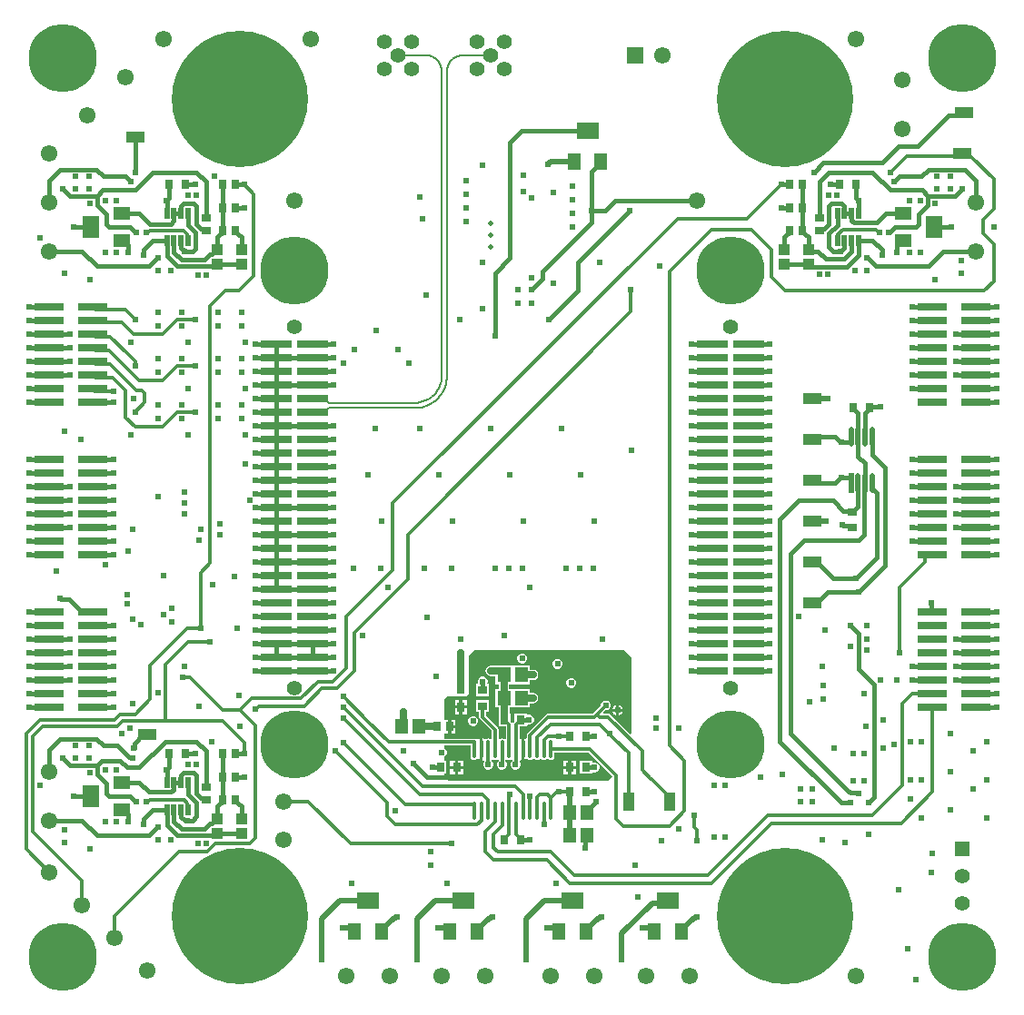
<source format=gtl>
G04*
G04 #@! TF.GenerationSoftware,Altium Limited,Altium Designer,21.6.4 (81)*
G04*
G04 Layer_Physical_Order=1*
G04 Layer_Color=255*
%FSLAX25Y25*%
%MOIN*%
G70*
G04*
G04 #@! TF.SameCoordinates,FB766961-2115-4812-9BC3-E0D6EEC5A3F0*
G04*
G04*
G04 #@! TF.FilePolarity,Positive*
G04*
G01*
G75*
%ADD16R,0.05118X0.06299*%
%ADD17R,0.07874X0.06299*%
%ADD18R,0.07087X0.03937*%
%ADD19R,0.03937X0.07087*%
%ADD20R,0.10984X0.02913*%
%ADD21R,0.03150X0.03543*%
%ADD22R,0.03543X0.03150*%
%ADD23O,0.01378X0.06693*%
%ADD24R,0.11496X0.02913*%
%ADD25R,0.05118X0.05709*%
%ADD26R,0.02756X0.03347*%
%ADD27R,0.02756X0.03740*%
%ADD28R,0.03347X0.02756*%
G04:AMPARAMS|DCode=29|XSize=41.34mil|YSize=17.72mil|CornerRadius=1.95mil|HoleSize=0mil|Usage=FLASHONLY|Rotation=90.000|XOffset=0mil|YOffset=0mil|HoleType=Round|Shape=RoundedRectangle|*
%AMROUNDEDRECTD29*
21,1,0.04134,0.01382,0,0,90.0*
21,1,0.03744,0.01772,0,0,90.0*
1,1,0.00390,0.00691,0.01872*
1,1,0.00390,0.00691,-0.01872*
1,1,0.00390,-0.00691,-0.01872*
1,1,0.00390,-0.00691,0.01872*
%
%ADD29ROUNDEDRECTD29*%
%ADD30R,0.06299X0.07874*%
%ADD31R,0.06299X0.05118*%
%ADD32R,0.04134X0.04134*%
%ADD33R,0.01949X0.07246*%
G04:AMPARAMS|DCode=34|XSize=72.46mil|YSize=19.49mil|CornerRadius=9.74mil|HoleSize=0mil|Usage=FLASHONLY|Rotation=90.000|XOffset=0mil|YOffset=0mil|HoleType=Round|Shape=RoundedRectangle|*
%AMROUNDEDRECTD34*
21,1,0.07246,0.00000,0,0,90.0*
21,1,0.05297,0.01949,0,0,90.0*
1,1,0.01949,0.00000,0.02649*
1,1,0.01949,0.00000,-0.02649*
1,1,0.01949,0.00000,-0.02649*
1,1,0.01949,0.00000,0.02649*
%
%ADD34ROUNDEDRECTD34*%
%ADD44R,0.05469X0.05469*%
%ADD45C,0.05469*%
%ADD53C,0.01968*%
%ADD54C,0.00600*%
%ADD55C,0.02000*%
%ADD56C,0.01600*%
%ADD57C,0.01200*%
%ADD58C,0.02500*%
%ADD59C,0.00394*%
%ADD60C,0.05512*%
%ADD61C,0.06102*%
%ADD62C,0.50000*%
%ADD63C,0.25000*%
%ADD64C,0.05500*%
%ADD65R,0.06102X0.06102*%
%ADD66C,0.02400*%
G36*
X321000Y227500D02*
X323500Y225000D01*
Y196884D01*
X323038Y196692D01*
X315865Y203865D01*
X315468Y204130D01*
X315000Y204223D01*
X313449D01*
X313258Y204685D01*
X314072Y205500D01*
X314500D01*
X315162Y205774D01*
X315668Y206280D01*
X315942Y206942D01*
Y207658D01*
X315668Y208320D01*
X315162Y208826D01*
X314500Y209100D01*
X313784D01*
X313122Y208826D01*
X312616Y208320D01*
X312342Y207658D01*
Y207230D01*
X310056Y204944D01*
X310056Y204944D01*
X309335Y204223D01*
X293031D01*
X292563Y204130D01*
X292166Y203865D01*
X285532Y197232D01*
X285267Y196835D01*
X285174Y196367D01*
Y195378D01*
X284674Y195110D01*
X284439Y195268D01*
Y191220D01*
Y187173D01*
X284912Y187489D01*
X284993Y187610D01*
X285566Y187568D01*
X285895Y187349D01*
X286398Y187249D01*
X286901Y187349D01*
X287327Y187634D01*
X287376Y187708D01*
X287978D01*
X288027Y187634D01*
X288454Y187349D01*
X288957Y187249D01*
X289460Y187349D01*
X289886Y187634D01*
X289936Y187708D01*
X290537D01*
X290586Y187634D01*
X291013Y187349D01*
X291516Y187249D01*
X292019Y187349D01*
X292445Y187634D01*
X292495Y187708D01*
X293096D01*
X293145Y187634D01*
X293572Y187349D01*
X294075Y187249D01*
X294578Y187349D01*
X295004Y187634D01*
X295289Y188060D01*
X295389Y188563D01*
Y189997D01*
X307773D01*
X316635Y181135D01*
X315000Y179500D01*
X256500Y179500D01*
X255000Y181000D01*
Y182128D01*
X255722D01*
Y186872D01*
X255000D01*
Y188466D01*
X255020Y188474D01*
X255526Y188980D01*
X255800Y189642D01*
Y190358D01*
X255526Y191020D01*
X255020Y191526D01*
X255000Y191534D01*
Y192654D01*
X264611D01*
Y188563D01*
X264711Y188060D01*
X264996Y187634D01*
X265422Y187349D01*
X265925Y187249D01*
X266428Y187349D01*
X266757Y187568D01*
X267330Y187610D01*
X267411Y187489D01*
X267884Y187173D01*
Y191220D01*
Y195268D01*
X267411Y194951D01*
X267330Y194831D01*
X266757Y194873D01*
X266428Y195092D01*
X265925Y195192D01*
X265469Y195101D01*
X255000D01*
Y197027D01*
X256254D01*
Y199500D01*
Y201973D01*
X255000D01*
Y209500D01*
X256000Y210500D01*
X263000D01*
X264000Y211500D01*
Y225500D01*
X266205Y227705D01*
X321000D01*
Y227500D01*
D02*
G37*
%LPC*%
G36*
X283858Y226300D02*
X283142D01*
X282480Y226026D01*
X281974Y225520D01*
X281700Y224858D01*
Y224142D01*
X281974Y223480D01*
X282480Y222974D01*
X283142Y222700D01*
X283858D01*
X284520Y222974D01*
X285026Y223480D01*
X285300Y224142D01*
Y224858D01*
X285026Y225520D01*
X284520Y226026D01*
X283858Y226300D01*
D02*
G37*
G36*
X296827Y224331D02*
X296111D01*
X295449Y224058D01*
X294942Y223551D01*
X294669Y222889D01*
Y222174D01*
X294942Y221512D01*
X295449Y221006D01*
X296111Y220731D01*
X296827D01*
X297488Y221006D01*
X297994Y221512D01*
X298269Y222174D01*
Y222889D01*
X297994Y223551D01*
X297488Y224058D01*
X296827Y224331D01*
D02*
G37*
G36*
X301858Y217300D02*
X301142D01*
X300480Y217026D01*
X299974Y216520D01*
X299700Y215858D01*
Y215142D01*
X299974Y214480D01*
X300480Y213974D01*
X301142Y213700D01*
X301858D01*
X302520Y213974D01*
X303026Y214480D01*
X303300Y215142D01*
Y215858D01*
X303026Y216520D01*
X302520Y217026D01*
X301858Y217300D01*
D02*
G37*
G36*
X269358Y217800D02*
X268642D01*
X267980Y217526D01*
X267474Y217020D01*
X267200Y216358D01*
Y215642D01*
X267241Y215543D01*
X266963Y215128D01*
X266628D01*
Y210778D01*
X271372D01*
Y215128D01*
X271037D01*
X270759Y215543D01*
X270800Y215642D01*
Y216358D01*
X270526Y217020D01*
X270020Y217526D01*
X269358Y217800D01*
D02*
G37*
G36*
X263178Y209422D02*
X261600D01*
Y207352D01*
X263178D01*
Y209422D01*
D02*
G37*
G36*
X260400D02*
X258822D01*
Y207352D01*
X260400D01*
Y209422D01*
D02*
G37*
G36*
X319100Y207416D02*
Y206100D01*
X320416D01*
X320196Y206633D01*
X319633Y207195D01*
X319100Y207416D01*
D02*
G37*
G36*
X317900D02*
X317367Y207195D01*
X316805Y206633D01*
X316584Y206100D01*
X317900D01*
Y207416D01*
D02*
G37*
G36*
X263178Y206152D02*
X261600D01*
Y204082D01*
X263178D01*
Y206152D01*
D02*
G37*
G36*
X260400D02*
X258822D01*
Y204082D01*
X260400D01*
Y206152D01*
D02*
G37*
G36*
X320416Y204900D02*
X319100D01*
Y203584D01*
X319633Y203804D01*
X320196Y204367D01*
X320416Y204900D01*
D02*
G37*
G36*
X317900D02*
X316584D01*
X316805Y204367D01*
X317367Y203804D01*
X317900Y203584D01*
Y204900D01*
D02*
G37*
G36*
X259032Y201973D02*
X257454D01*
Y200100D01*
X259032D01*
Y201973D01*
D02*
G37*
G36*
X265858Y203300D02*
X265142D01*
X264480Y203026D01*
X263974Y202520D01*
X263700Y201858D01*
Y201142D01*
X263974Y200480D01*
X264480Y199974D01*
X265142Y199700D01*
X265858D01*
X266520Y199974D01*
X267026Y200480D01*
X267300Y201142D01*
Y201858D01*
X267026Y202520D01*
X266520Y203026D01*
X265858Y203300D01*
D02*
G37*
G36*
X259032Y198900D02*
X257454D01*
Y197027D01*
X259032D01*
Y198900D01*
D02*
G37*
G36*
X286309Y221954D02*
X273691D01*
Y221886D01*
X272000D01*
X271278Y221743D01*
X270666Y221334D01*
X270257Y220722D01*
X270114Y220000D01*
X270257Y219278D01*
X270666Y218666D01*
X271278Y218257D01*
X272000Y218114D01*
X273691D01*
Y215046D01*
X274964D01*
Y213454D01*
X273691D01*
Y206546D01*
X275063D01*
Y204372D01*
X274872D01*
Y199628D01*
X277492D01*
X277497Y199623D01*
Y195091D01*
X277336Y194979D01*
X276997Y194870D01*
X276664Y195092D01*
X276161Y195192D01*
X275658Y195092D01*
X275326Y194870D01*
X274987Y194979D01*
X274826Y195091D01*
Y198398D01*
X274733Y198866D01*
X274467Y199263D01*
X270223Y203507D01*
Y204872D01*
X271372D01*
Y209222D01*
X266628D01*
Y204872D01*
X267776D01*
Y203000D01*
X267870Y202532D01*
X268135Y202135D01*
X272379Y197891D01*
Y195091D01*
X272218Y194979D01*
X271879Y194870D01*
X271546Y195092D01*
X271043Y195192D01*
X270540Y195092D01*
X270212Y194873D01*
X269638Y194831D01*
X269558Y194951D01*
X269084Y195268D01*
Y191220D01*
Y187125D01*
X269143Y187112D01*
X269530Y186870D01*
X269562Y186608D01*
X269474Y186520D01*
X269200Y185858D01*
Y185142D01*
X269474Y184480D01*
X269980Y183974D01*
X270642Y183700D01*
X271358D01*
X272020Y183974D01*
X272526Y184480D01*
X272800Y185142D01*
Y185858D01*
X272526Y186520D01*
X272245Y186800D01*
Y187374D01*
X272459Y187504D01*
X272745Y187585D01*
X273099Y187349D01*
X273602Y187249D01*
X274105Y187349D01*
X274340Y187505D01*
X274806Y187319D01*
X274828Y187201D01*
X274823Y186869D01*
X274474Y186520D01*
X274200Y185858D01*
Y185142D01*
X274474Y184480D01*
X274980Y183974D01*
X275642Y183700D01*
X276358D01*
X277020Y183974D01*
X277526Y184480D01*
X277800Y185142D01*
Y185858D01*
X277526Y186520D01*
X277351Y186695D01*
Y187393D01*
X277594Y187526D01*
X277851Y187594D01*
X278218Y187349D01*
X278720Y187249D01*
X279223Y187349D01*
X279305Y187403D01*
X279437Y187394D01*
X279841Y187191D01*
X279873Y187005D01*
X279853Y186899D01*
X279474Y186520D01*
X279200Y185858D01*
Y185142D01*
X279474Y184480D01*
X279980Y183974D01*
X280642Y183700D01*
X281358D01*
X282020Y183974D01*
X282526Y184480D01*
X282800Y185142D01*
Y185858D01*
X282526Y186520D01*
X282473Y186573D01*
Y187095D01*
X282973Y187351D01*
X283239Y187173D01*
Y191220D01*
Y195268D01*
X283003Y195110D01*
X282503Y195378D01*
Y199623D01*
X282508Y199628D01*
X285128D01*
Y199963D01*
X285543Y200241D01*
X285642Y200200D01*
X286358D01*
X287020Y200474D01*
X287526Y200980D01*
X287800Y201642D01*
Y202358D01*
X287526Y203020D01*
X287020Y203526D01*
X286358Y203800D01*
X285642D01*
X285543Y203759D01*
X285128Y204037D01*
Y204372D01*
X280778D01*
Y201359D01*
X280414Y200995D01*
X280282Y200797D01*
X279718Y200797D01*
X279586Y200995D01*
X279222Y201359D01*
Y204372D01*
X278835D01*
Y206546D01*
X286309D01*
Y208114D01*
X287500D01*
X288222Y208257D01*
X288834Y208666D01*
X289243Y209278D01*
X289386Y210000D01*
X289243Y210722D01*
X288834Y211334D01*
X288222Y211743D01*
X287500Y211886D01*
X286309D01*
Y213454D01*
X278737D01*
Y215046D01*
X286309D01*
Y216614D01*
X287500D01*
X288222Y216757D01*
X288834Y217166D01*
X289243Y217778D01*
X289386Y218500D01*
X289243Y219222D01*
X288834Y219834D01*
X288222Y220243D01*
X287500Y220386D01*
X286309D01*
Y221954D01*
D02*
G37*
G36*
X261828Y187072D02*
X260053D01*
Y185100D01*
X261828D01*
Y187072D01*
D02*
G37*
G36*
X303422D02*
X301647D01*
Y185100D01*
X303422D01*
Y187072D01*
D02*
G37*
G36*
X300447D02*
X298672D01*
Y185100D01*
X300447D01*
Y187072D01*
D02*
G37*
G36*
X258853D02*
X257078D01*
Y185100D01*
X258853D01*
Y187072D01*
D02*
G37*
G36*
X309128Y186872D02*
X304778D01*
Y182128D01*
X309128D01*
Y182463D01*
X309543Y182741D01*
X309642Y182700D01*
X310358D01*
X311020Y182974D01*
X311526Y183480D01*
X311800Y184142D01*
Y184858D01*
X311526Y185520D01*
X311020Y186026D01*
X310358Y186300D01*
X309642D01*
X309543Y186259D01*
X309128Y186537D01*
Y186872D01*
D02*
G37*
G36*
X303422Y183900D02*
X301647D01*
Y181928D01*
X303422D01*
Y183900D01*
D02*
G37*
G36*
X300447D02*
X298672D01*
Y181928D01*
X300447D01*
Y183900D01*
D02*
G37*
G36*
X261828D02*
X260053D01*
Y181928D01*
X261828D01*
Y183900D01*
D02*
G37*
G36*
X258853D02*
X257078D01*
Y181928D01*
X258853D01*
Y183900D01*
D02*
G37*
%LPD*%
D16*
X302579Y406791D02*
D03*
X312421D02*
D03*
X231921Y124291D02*
D03*
X222079D02*
D03*
X266921D02*
D03*
X257079D02*
D03*
X306921D02*
D03*
X297079D02*
D03*
X341921D02*
D03*
X332079D02*
D03*
D17*
X307500Y418209D02*
D03*
X227000Y135709D02*
D03*
X262000D02*
D03*
X302000D02*
D03*
X337000D02*
D03*
D18*
X445000Y410000D02*
D03*
X390000Y260000D02*
D03*
Y245000D02*
D03*
Y275000D02*
D03*
Y320000D02*
D03*
Y290000D02*
D03*
Y305000D02*
D03*
X445500Y425000D02*
D03*
X146000Y196500D02*
D03*
X141500Y416000D02*
D03*
D19*
X337500Y172000D02*
D03*
X322500D02*
D03*
D20*
X433976Y353500D02*
D03*
X450000D02*
D03*
X433976Y348500D02*
D03*
X450000D02*
D03*
X433976Y343500D02*
D03*
X450000D02*
D03*
X433976Y338500D02*
D03*
X450000D02*
D03*
X433976Y333500D02*
D03*
X450000D02*
D03*
X433976Y328500D02*
D03*
X450000D02*
D03*
X433976Y323500D02*
D03*
X450000D02*
D03*
X433976Y318500D02*
D03*
X450000D02*
D03*
X126012Y323500D02*
D03*
Y241500D02*
D03*
Y236500D02*
D03*
Y231500D02*
D03*
Y226500D02*
D03*
Y221500D02*
D03*
Y216500D02*
D03*
Y211500D02*
D03*
Y206500D02*
D03*
X109988D02*
D03*
Y211500D02*
D03*
Y216500D02*
D03*
Y221500D02*
D03*
Y226500D02*
D03*
Y231500D02*
D03*
Y236500D02*
D03*
Y241500D02*
D03*
X126012Y262500D02*
D03*
X109988D02*
D03*
X126012Y267500D02*
D03*
X109988D02*
D03*
X126012Y272500D02*
D03*
X109988D02*
D03*
X126012Y277500D02*
D03*
X109988D02*
D03*
X126012Y282500D02*
D03*
X109988D02*
D03*
X126012Y287500D02*
D03*
X109988D02*
D03*
X126012Y292500D02*
D03*
X109988D02*
D03*
X126012Y297500D02*
D03*
X109988D02*
D03*
X126012Y318500D02*
D03*
X109988D02*
D03*
Y323500D02*
D03*
X126012Y328500D02*
D03*
X109988D02*
D03*
X126012Y333500D02*
D03*
X109988D02*
D03*
X126012Y338500D02*
D03*
X109988D02*
D03*
X126012Y343500D02*
D03*
X109988D02*
D03*
X126012Y348500D02*
D03*
X109988D02*
D03*
X126012Y353500D02*
D03*
X109988D02*
D03*
X433988Y241500D02*
D03*
X450012D02*
D03*
X433988Y236500D02*
D03*
X450012D02*
D03*
X433988Y231500D02*
D03*
X450012D02*
D03*
X433988Y226500D02*
D03*
X450012D02*
D03*
X433988Y221500D02*
D03*
X450012D02*
D03*
X433988Y216500D02*
D03*
X450012D02*
D03*
X433988Y211500D02*
D03*
X450012D02*
D03*
X433988Y206500D02*
D03*
X450012D02*
D03*
Y262500D02*
D03*
X433988D02*
D03*
X450012Y267500D02*
D03*
X433988D02*
D03*
X450012Y272500D02*
D03*
X433988D02*
D03*
X450012Y277500D02*
D03*
X433988D02*
D03*
X450012Y282500D02*
D03*
X433988D02*
D03*
X450012Y287500D02*
D03*
X433988D02*
D03*
X450012Y292500D02*
D03*
X433988D02*
D03*
X450012Y297500D02*
D03*
X433988D02*
D03*
D21*
X301047Y196000D02*
D03*
X306953D02*
D03*
X277047Y158000D02*
D03*
X282953D02*
D03*
X259453Y184500D02*
D03*
X253547D02*
D03*
X306953D02*
D03*
X301047D02*
D03*
Y175500D02*
D03*
X306953D02*
D03*
X277047Y202000D02*
D03*
X282953D02*
D03*
X159953Y398500D02*
D03*
X154047D02*
D03*
X405047Y316500D02*
D03*
X410953D02*
D03*
X405953Y398500D02*
D03*
X400047D02*
D03*
X154047Y189500D02*
D03*
X159953D02*
D03*
D22*
X404500Y272547D02*
D03*
Y278453D02*
D03*
X269000Y207047D02*
D03*
Y212953D02*
D03*
D23*
X265925Y168780D02*
D03*
X268484D02*
D03*
X271043D02*
D03*
X273602D02*
D03*
X276161D02*
D03*
X278720D02*
D03*
X281279D02*
D03*
X283839D02*
D03*
X286398D02*
D03*
X288957D02*
D03*
X291516D02*
D03*
X294075D02*
D03*
X265925Y191220D02*
D03*
X268484D02*
D03*
X271043D02*
D03*
X273602D02*
D03*
X276161D02*
D03*
X278720D02*
D03*
X281279D02*
D03*
X283839D02*
D03*
X286398D02*
D03*
X288957D02*
D03*
X291516D02*
D03*
X294075D02*
D03*
D24*
X353252Y340000D02*
D03*
X366748D02*
D03*
X353252Y335000D02*
D03*
X366748D02*
D03*
X353252Y330000D02*
D03*
X366748D02*
D03*
X353252Y325000D02*
D03*
X366748D02*
D03*
X353252Y320000D02*
D03*
X366748D02*
D03*
X353252Y315000D02*
D03*
X366748D02*
D03*
X353252Y310000D02*
D03*
X366748D02*
D03*
X353252Y305000D02*
D03*
X366748D02*
D03*
X353252Y300000D02*
D03*
X366748D02*
D03*
X353252Y295000D02*
D03*
X366748D02*
D03*
X353252Y290000D02*
D03*
X366748D02*
D03*
X353252Y285000D02*
D03*
X366748D02*
D03*
X353252Y280000D02*
D03*
X366748D02*
D03*
X353252Y275000D02*
D03*
X366748D02*
D03*
X353252Y270000D02*
D03*
X366748D02*
D03*
X353252Y265000D02*
D03*
X366748D02*
D03*
X353252Y260000D02*
D03*
X366748D02*
D03*
X353252Y255000D02*
D03*
X366748D02*
D03*
X353252Y250000D02*
D03*
X366748D02*
D03*
X353252Y245000D02*
D03*
X366748D02*
D03*
X353252Y240000D02*
D03*
X366748D02*
D03*
X353252Y235000D02*
D03*
X366748D02*
D03*
X353252Y230000D02*
D03*
X366748D02*
D03*
X353252Y225000D02*
D03*
X366748D02*
D03*
X353252Y220000D02*
D03*
X366748D02*
D03*
X206748D02*
D03*
X193252D02*
D03*
X206748Y225000D02*
D03*
X193252D02*
D03*
X206748Y230000D02*
D03*
X193252D02*
D03*
X206748Y235000D02*
D03*
X193252D02*
D03*
X206748Y240000D02*
D03*
X193252D02*
D03*
X206748Y245000D02*
D03*
X193252D02*
D03*
X206748Y250000D02*
D03*
X193252D02*
D03*
X206748Y255000D02*
D03*
X193252D02*
D03*
X206748Y260000D02*
D03*
X193252D02*
D03*
X206748Y265000D02*
D03*
X193252D02*
D03*
X206748Y270000D02*
D03*
X193252D02*
D03*
X206748Y275000D02*
D03*
X193252D02*
D03*
X206748Y280000D02*
D03*
X193252D02*
D03*
X206748Y285000D02*
D03*
X193252D02*
D03*
X206748Y290000D02*
D03*
X193252D02*
D03*
X206748Y295000D02*
D03*
X193252D02*
D03*
X206748Y300000D02*
D03*
X193252D02*
D03*
X206748Y305000D02*
D03*
X193252D02*
D03*
X206748Y310000D02*
D03*
X193252D02*
D03*
X206748Y315000D02*
D03*
X193252D02*
D03*
X206748Y320000D02*
D03*
X193252D02*
D03*
X206748Y325000D02*
D03*
X193252D02*
D03*
X206748Y330000D02*
D03*
X193252D02*
D03*
X206748Y335000D02*
D03*
X193252D02*
D03*
X206748Y340000D02*
D03*
X193252D02*
D03*
D25*
X300850Y168000D02*
D03*
X307150D02*
D03*
X276850Y210000D02*
D03*
X283150D02*
D03*
X300850Y159500D02*
D03*
X307150D02*
D03*
X276850Y218500D02*
D03*
X283150D02*
D03*
X245740Y199500D02*
D03*
X239441D02*
D03*
D26*
X256854D02*
D03*
X252327D02*
D03*
X178264Y390000D02*
D03*
X173736D02*
D03*
Y381500D02*
D03*
X178264D02*
D03*
X173736Y398500D02*
D03*
X178264D02*
D03*
X381736D02*
D03*
X386264D02*
D03*
Y390000D02*
D03*
X381736D02*
D03*
X178264Y189500D02*
D03*
X173736D02*
D03*
Y181000D02*
D03*
X178264D02*
D03*
Y172500D02*
D03*
X173736D02*
D03*
X386264Y381500D02*
D03*
X381736D02*
D03*
D27*
X261000Y213248D02*
D03*
Y206752D02*
D03*
D28*
X167500Y386264D02*
D03*
Y381736D02*
D03*
Y172736D02*
D03*
Y177264D02*
D03*
X392500Y386264D02*
D03*
Y381736D02*
D03*
D29*
X153161Y388118D02*
D03*
X155720D02*
D03*
X158280D02*
D03*
X160839D02*
D03*
Y377882D02*
D03*
X158280D02*
D03*
X155720D02*
D03*
X153161D02*
D03*
Y168882D02*
D03*
X155720D02*
D03*
X158280D02*
D03*
X160839D02*
D03*
Y179118D02*
D03*
X158280D02*
D03*
X155720D02*
D03*
X153161D02*
D03*
X406839Y388118D02*
D03*
X404280D02*
D03*
X401721D02*
D03*
X399161D02*
D03*
Y377882D02*
D03*
X401721D02*
D03*
X404280D02*
D03*
X406839D02*
D03*
D30*
X125291Y383000D02*
D03*
X434709D02*
D03*
X125291Y174000D02*
D03*
D31*
X136709Y387921D02*
D03*
Y378079D02*
D03*
X423291D02*
D03*
Y387921D02*
D03*
X136709Y169079D02*
D03*
Y178921D02*
D03*
D32*
X180500Y369342D02*
D03*
Y374658D02*
D03*
X171500Y369342D02*
D03*
Y374658D02*
D03*
X180500Y165657D02*
D03*
Y160343D02*
D03*
X171500Y165657D02*
D03*
Y160343D02*
D03*
X379500Y369342D02*
D03*
Y374658D02*
D03*
X388500Y369342D02*
D03*
Y374658D02*
D03*
D33*
X404161Y288997D02*
D03*
D34*
X406720D02*
D03*
X409279D02*
D03*
X411839D02*
D03*
Y306003D02*
D03*
X409279D02*
D03*
X406720D02*
D03*
X404161D02*
D03*
D44*
X445000Y154500D02*
D03*
D45*
Y144500D02*
D03*
Y134500D02*
D03*
D53*
X272000Y384232D02*
D03*
Y380000D02*
D03*
Y375768D02*
D03*
D54*
X243514Y316600D02*
X244514Y316576D01*
X245512Y316638D01*
X246501Y316785D01*
X247474Y317018D01*
X248424Y317333D01*
X249342Y317729D01*
X250223Y318202D01*
X251061Y318750D01*
X251847Y319368D01*
X252578Y320051D01*
X253247Y320794D01*
X253850Y321592D01*
X254381Y322440D01*
X254838Y323329D01*
X255217Y324255D01*
X255514Y325210D01*
X255728Y326188D01*
X255857Y327180D01*
X255900Y328179D01*
X261900Y446000D02*
X260858Y445909D01*
X259848Y445638D01*
X258900Y445196D01*
X258043Y444596D01*
X257304Y443857D01*
X256704Y443000D01*
X256262Y442052D01*
X255991Y441042D01*
X255900Y440000D01*
X244100Y318400D02*
X245080Y318448D01*
X246051Y318592D01*
X247003Y318831D01*
X247927Y319161D01*
X248814Y319581D01*
X249656Y320085D01*
X250444Y320670D01*
X251171Y321329D01*
X251830Y322056D01*
X252415Y322844D01*
X252919Y323686D01*
X253339Y324573D01*
X253669Y325497D01*
X253908Y326449D01*
X254052Y327420D01*
X254100Y328400D01*
Y440000D02*
X254009Y441042D01*
X253738Y442052D01*
X253296Y443000D01*
X252696Y443857D01*
X251957Y444596D01*
X251100Y445196D01*
X250152Y445638D01*
X249142Y445909D01*
X248100Y446000D01*
X212639Y316600D02*
X243437D01*
X211039Y315000D02*
X212639Y316600D01*
X255900Y328179D02*
X255900Y334303D01*
X243437Y316600D02*
X243514Y316600D01*
X261900Y446000D02*
X272000D01*
X255900Y334303D02*
Y440000D01*
X238000Y446000D02*
X248100D01*
X254100Y328400D02*
Y440000D01*
X212547Y318400D02*
X244100D01*
X211039Y320000D02*
X212196Y318844D01*
Y318752D02*
Y318844D01*
X206748Y315000D02*
X211039D01*
X206748Y320000D02*
X211039D01*
X212196Y318752D02*
X212547Y318400D01*
D55*
X293000Y406000D02*
X293108D01*
X293900Y406791D02*
X302579D01*
X293108Y406000D02*
X293900Y406791D01*
X390000Y275000D02*
X395000D01*
X390000Y320000D02*
X395500D01*
X293000Y406000D02*
X293039Y406039D01*
X300949Y168098D02*
Y175402D01*
X300850Y168000D02*
X300949Y168098D01*
Y175402D02*
X301047Y175500D01*
X300850Y159500D02*
Y168000D01*
X231921Y124291D02*
Y124882D01*
X236463Y129423D02*
X237423D01*
X231921Y124882D02*
X236463Y129423D01*
X237423D02*
X237500Y129500D01*
X266921Y124882D02*
X271463Y129423D01*
X272424D02*
X272500Y129500D01*
X271463Y129423D02*
X272424D01*
X266921Y124291D02*
Y124882D01*
X346463Y129423D02*
X347424D01*
X341921Y124291D02*
Y124882D01*
X346463Y129423D01*
X347424D02*
X347500Y129500D01*
X306921Y124291D02*
Y124882D01*
X311463Y129423D01*
X312423D02*
X312500Y129500D01*
X311463Y129423D02*
X312423D01*
X336026Y134735D02*
X337000Y135709D01*
X320000Y123500D02*
X331235Y134735D01*
X320000Y114000D02*
Y123500D01*
X331235Y134735D02*
X336026D01*
X327500Y125500D02*
X330870D01*
X332079Y124291D01*
X292500Y125500D02*
X295870D01*
X297079Y124291D01*
X255870Y125500D02*
X257079Y124291D01*
X252500Y125500D02*
X255870D01*
X220870D02*
X222079Y124291D01*
X217500Y125500D02*
X220870D01*
X291709Y135709D02*
X302000D01*
X285000Y114000D02*
Y129000D01*
X291709Y135709D01*
X245000Y129000D02*
X251709Y135709D01*
X262000D01*
X245000Y114000D02*
Y129000D01*
X210000D02*
X216709Y135709D01*
X227000D01*
X210000Y114000D02*
Y129000D01*
D56*
X309000Y403370D02*
X312421Y406791D01*
X279000Y371500D02*
Y414000D01*
X283209Y418209D02*
X307500D01*
X279000Y414000D02*
X283209Y418209D01*
X444500Y424000D02*
X445500Y425000D01*
X428500Y412500D02*
X440000Y424000D01*
X444500D01*
X391575Y245000D02*
X395575Y249000D01*
X390000Y245000D02*
X391575D01*
X395575Y249000D02*
X407000D01*
X390000Y260000D02*
X391575D01*
X397575Y254000D01*
X406000D01*
X407063Y268000D02*
X409095Y270032D01*
X382000Y263000D02*
X387000Y268000D01*
X407063D01*
X409279Y286254D02*
Y296220D01*
X409095Y286069D02*
X409279Y286254D01*
X409095Y285917D02*
Y286069D01*
X409095Y285917D02*
X409095Y285917D01*
X409095Y270032D02*
Y285917D01*
X382000Y197000D02*
Y263000D01*
Y197000D02*
X403001Y175999D01*
X378000Y194000D02*
X400500Y171500D01*
X378000Y275500D02*
X385000Y282500D01*
X378000Y194000D02*
Y275500D01*
X385000Y282500D02*
X397500D01*
X404218Y278734D02*
X404500Y278453D01*
X401266Y278734D02*
X404218D01*
X397500Y282500D02*
X401266Y278734D01*
X411839Y286442D02*
Y288997D01*
X412455Y286281D02*
X413500Y285237D01*
X406000Y254000D02*
X413500Y261500D01*
X411839Y286442D02*
X412000Y286281D01*
X412455D01*
X413500Y261500D02*
Y285237D01*
X407000Y249000D02*
X416500Y258500D01*
X411839Y299161D02*
X416500Y294500D01*
Y258500D02*
Y294500D01*
X421500Y412500D02*
X428500D01*
X415500Y406500D02*
X421500Y412500D01*
X394000Y406500D02*
X415500D01*
X390500Y403000D02*
X394000Y406500D01*
X141153Y193228D02*
X144425Y196500D01*
X141000Y191500D02*
X141153Y191653D01*
X144425Y196500D02*
X146000D01*
X141153Y191653D02*
Y193228D01*
X141500Y403000D02*
Y416000D01*
X273500Y343000D02*
Y366000D01*
X279000Y371500D01*
X426500Y323500D02*
X433976D01*
X426500Y328500D02*
X433976D01*
X426500Y333500D02*
X433976D01*
X426500Y338500D02*
X433976D01*
X426500Y343500D02*
X433976D01*
X426500Y348500D02*
X433976D01*
X426500Y353500D02*
X433976D01*
X410500Y171500D02*
X412500Y173500D01*
Y215000D01*
X403001Y175999D02*
X403847Y175153D01*
X406847D01*
X407000Y175000D01*
X400500Y171500D02*
X404000D01*
X411839Y299161D02*
Y306003D01*
X401394Y273322D02*
X403725D01*
X401000Y273500D02*
X401217D01*
X403725Y273322D02*
X404500Y272547D01*
X401217Y273500D02*
X401394Y273322D01*
X143079Y387921D02*
X147000Y384000D01*
X155635Y385135D02*
Y388032D01*
X147000Y384000D02*
X154500D01*
X155635Y385135D01*
X413500Y384500D02*
X416921Y387921D01*
X404365Y385437D02*
X405303Y384500D01*
X404365Y385437D02*
Y388032D01*
X405303Y384500D02*
X413500D01*
X396000Y375500D02*
X397492Y374008D01*
X400400D01*
X396000Y375500D02*
Y380500D01*
X399161Y383661D02*
Y388118D01*
X396000Y380500D02*
X399161Y383661D01*
X396000Y384000D02*
Y390500D01*
X394314Y382314D02*
X396000Y384000D01*
X393078Y382314D02*
X394314D01*
X392500Y381736D02*
X393078Y382314D01*
X160839Y383661D02*
Y388118D01*
Y383661D02*
X163500Y381000D01*
Y375000D02*
Y381000D01*
X165686Y382314D02*
X166922D01*
X164000Y384000D02*
X165686Y382314D01*
X164000Y384000D02*
Y390500D01*
X166922Y382314D02*
X167500Y381736D01*
X164000Y166500D02*
Y171500D01*
X160839Y174661D02*
Y179118D01*
Y174661D02*
X164000Y171500D01*
Y175000D02*
Y181500D01*
X165686Y173314D02*
X166922D01*
X164000Y175000D02*
X165686Y173314D01*
X166922D02*
X167500Y172736D01*
X160500Y165000D02*
X162500D01*
X164000Y166500D01*
X154697Y175500D02*
X155635Y176437D01*
X143079Y178921D02*
X146500Y175500D01*
X155635Y176437D02*
Y179032D01*
X146500Y175500D02*
X154697D01*
X159500Y374000D02*
X162500D01*
X163500Y375000D01*
X158365Y166337D02*
X159549Y165153D01*
X160347D01*
X160500Y165000D01*
X158365Y166337D02*
Y168796D01*
X155720Y164779D02*
Y168882D01*
Y164779D02*
X158500Y162000D01*
X167044D01*
X153161Y163339D02*
Y168882D01*
Y163339D02*
X157000Y159500D01*
X170658D01*
X167044Y162000D02*
X168853Y163809D01*
X169652D01*
X171500Y165657D01*
X170658Y159500D02*
X171500Y160343D01*
X159953Y189500D02*
X163500D01*
X153161Y179118D02*
Y183122D01*
X153000Y183500D02*
Y183716D01*
Y183283D02*
X153161Y183122D01*
X153000Y183283D02*
Y183500D01*
Y183716D02*
X154047Y184764D01*
Y189500D01*
X110000Y183000D02*
Y191000D01*
X114100Y195100D01*
X127400D01*
X135000Y192500D02*
X139347Y188153D01*
X140347D01*
X127400Y195100D02*
X130000Y192500D01*
X135000D01*
X140347Y188153D02*
X140500Y188000D01*
X144500Y163500D02*
Y165500D01*
X147882Y168882D02*
X153161D01*
X144500Y165500D02*
X147882Y168882D01*
X136709Y178921D02*
X143079D01*
X155635Y179032D02*
X155720Y179118D01*
X158280D01*
X158365Y179204D01*
Y181648D01*
X162915Y182585D02*
X164000Y181500D01*
X158365Y181648D02*
X159303Y182585D01*
X162915D01*
X139000Y164500D02*
Y167320D01*
X136709Y169079D02*
X137241D01*
X139000Y167320D01*
X127600Y181900D02*
X131000Y178500D01*
X127600Y181900D02*
Y185400D01*
X131000Y175000D02*
Y178500D01*
X132000Y174000D02*
X139784D01*
X131000Y175000D02*
X132000Y174000D01*
X117600Y185400D02*
X127600D01*
X136000Y187000D02*
X138500Y184500D01*
X115000Y188000D02*
X117600Y185400D01*
X127600D02*
X129200Y187000D01*
X136000D01*
X139784Y174000D02*
X141783Y172000D01*
X142000D01*
X138500Y184500D02*
X143000D01*
X167500Y177264D02*
Y190500D01*
X143000Y184500D02*
X152500Y194000D01*
X164000D02*
X167500Y190500D01*
X152500Y194000D02*
X164000D01*
X127500Y159500D02*
X146783D01*
X122000Y165000D02*
X127500Y159500D01*
X146783D02*
X149784Y162500D01*
X110000Y165000D02*
X122000D01*
X149784Y162500D02*
X150000D01*
X119000Y174000D02*
X123291D01*
X173736Y181000D02*
Y188000D01*
Y172500D02*
Y181000D01*
X178264D02*
X181500D01*
X178264Y172205D02*
Y172500D01*
Y172205D02*
X178842Y171627D01*
X180500Y165657D02*
Y170124D01*
X178842Y171627D02*
X178998D01*
X180500Y170124D01*
X171500Y165657D02*
Y170124D01*
X173002Y171627D01*
X173158D01*
X173736Y172205D01*
Y172500D01*
X178264Y189500D02*
X181500D01*
X123291Y174000D02*
X125291Y172000D01*
X171847Y159996D02*
X172194Y160343D01*
X180500D01*
X401635Y375345D02*
Y377796D01*
X400400Y374111D02*
X401635Y375345D01*
X400400Y374008D02*
Y374111D01*
X401635Y377796D02*
X401721Y377882D01*
X394823Y371200D02*
X401600D01*
X389164Y373993D02*
X392030D01*
X394823Y371200D01*
X388500Y374658D02*
X389164Y373993D01*
X401600Y371200D02*
X404280Y373880D01*
Y377882D01*
X406839Y372639D02*
Y377882D01*
X402600Y368400D02*
X406839Y372639D01*
X389442Y368400D02*
X402600D01*
X388500Y369342D02*
X389442Y368400D01*
X243500Y186000D02*
X248500Y181000D01*
X256500D01*
X307150Y168295D02*
X310347Y171493D01*
Y171847D01*
X306500Y158850D02*
X307150Y159500D01*
X306500Y155000D02*
Y158850D01*
X310347Y171847D02*
X310500Y172000D01*
X307150Y168000D02*
Y168295D01*
X306953Y196000D02*
X310000D01*
X282953Y158197D02*
X283150Y158000D01*
X306953Y175500D02*
X310000D01*
X114153Y246347D02*
X117129D01*
X121976Y241500D01*
X114000Y246500D02*
X114153Y246347D01*
X269000Y212953D02*
Y216000D01*
X286405Y174051D02*
X286413Y174059D01*
X126012Y211500D02*
X133488D01*
X126012Y206500D02*
X133500D01*
X126000D02*
X126012D01*
X306953Y184500D02*
X310000D01*
X250500D02*
X253547D01*
X282953Y202000D02*
X286000D01*
X283150Y158000D02*
X286200D01*
X426512Y216500D02*
X433988D01*
X433500Y241988D02*
X433988Y241500D01*
X433500Y241988D02*
Y245000D01*
X407000Y220500D02*
X412500Y215000D01*
X403850Y236650D02*
X407000Y233500D01*
Y220500D02*
Y233500D01*
X121976Y241500D02*
X126000D01*
X317500Y392500D02*
X347500D01*
X314000Y389000D02*
X317500Y392500D01*
X309000Y389000D02*
X314000D01*
X426500Y267500D02*
X433988D01*
X426500Y297500D02*
X433988D01*
X426500Y292500D02*
X433988D01*
X426500Y287500D02*
X433988D01*
X426500Y282500D02*
X433988D01*
X426500Y277500D02*
X433988D01*
X426500Y272500D02*
X433988D01*
X309000Y389000D02*
Y403370D01*
X291000Y364000D02*
Y366500D01*
X287000Y360000D02*
X291000Y364000D01*
Y366500D02*
X309000Y384500D01*
Y389000D01*
X158365Y375351D02*
Y377796D01*
X159500Y374000D02*
Y374217D01*
X158280Y377882D02*
X158365Y377796D01*
Y375351D02*
X159500Y374217D01*
X153161Y372339D02*
X157000Y368500D01*
X170658D01*
X153161Y372339D02*
Y377882D01*
X155720Y373780D02*
X158500Y371000D01*
X167044D01*
X155720Y373780D02*
Y377882D01*
X168853Y372810D02*
X169652D01*
X167044Y371000D02*
X168853Y372810D01*
X169652D02*
X171500Y374658D01*
X170658Y368500D02*
X171500Y369342D01*
X126012Y318500D02*
X133488D01*
X304000Y370000D02*
X323000Y389000D01*
X304000Y359591D02*
Y370000D01*
X426512Y221500D02*
X433988D01*
X293409Y349000D02*
X304000Y359591D01*
X407000Y392500D02*
Y392717D01*
Y392284D02*
Y392500D01*
X153000D02*
Y392717D01*
Y392284D02*
Y392500D01*
X379500Y369342D02*
X387806D01*
X388153Y368996D01*
X434709Y381000D02*
X436709Y383000D01*
X378500Y398500D02*
X381736D01*
X386264Y381205D02*
X386842Y380627D01*
X386264Y381205D02*
Y381500D01*
X386842Y380627D02*
X386998D01*
X388500Y379124D01*
Y374658D02*
Y379124D01*
X379500D02*
X381002Y380627D01*
X381158D01*
X379500Y374658D02*
Y379124D01*
X381158Y380627D02*
X381736Y381205D01*
Y381500D01*
X378500Y390000D02*
X381736D01*
X386264D02*
Y397000D01*
Y381500D02*
Y390000D01*
X410000Y371500D02*
X410217D01*
X413216Y368500D01*
X432500D02*
X438000Y374000D01*
X450000D01*
X413216Y368500D02*
X432500D01*
X422759Y378079D02*
X423291D01*
X421000Y376320D02*
X422759Y378079D01*
X421000Y373500D02*
Y376320D01*
X397085Y391585D02*
X400697D01*
X401635Y390648D01*
X396000Y390500D02*
X397085Y391585D01*
X401635Y388204D02*
Y390648D01*
Y388204D02*
X401721Y388118D01*
X404280D01*
X404365Y388032D01*
X416921Y387921D02*
X423291D01*
X399161Y388118D02*
X399247Y388032D01*
X412118Y377882D02*
X415500Y374500D01*
X406839Y377882D02*
X412118D01*
X415500Y372500D02*
Y374500D01*
X436709Y383000D02*
X441000D01*
X396000Y403000D02*
X412000D01*
X392500Y399500D02*
X396000Y403000D01*
X412000D02*
X418500Y396500D01*
X392500Y386264D02*
Y399500D01*
X418000Y381000D02*
X418217D01*
X420217Y383000D01*
X418500Y396500D02*
X430300D01*
X432400Y394400D01*
X442400D02*
X445000Y397000D01*
X432400Y394400D02*
X442400D01*
X428000Y383000D02*
X429000Y384000D01*
X420217Y383000D02*
X428000D01*
X429000Y384000D02*
Y387500D01*
X432400Y390900D02*
Y394400D01*
X429000Y387500D02*
X432400Y390900D01*
X421900Y401500D02*
X430000D01*
X432600Y404100D01*
X420000Y399600D02*
X421900Y401500D01*
X432600Y404100D02*
X445900D01*
X450000Y400000D01*
Y392000D02*
Y400000D01*
X405953Y393764D02*
Y398500D01*
Y393764D02*
X407000Y392717D01*
X406839Y392122D02*
X407000Y392284D01*
X406839Y388118D02*
Y392122D01*
X396500Y398500D02*
X400047D01*
X137241Y378079D02*
X139000Y376320D01*
X136709Y378079D02*
X137241D01*
X139000Y373500D02*
Y376320D01*
X127600Y394400D02*
X129700Y396500D01*
X141500D01*
X127600Y390900D02*
Y394400D01*
X117600D02*
X127600D01*
X115000Y397000D02*
X117600Y394400D01*
X127600Y390900D02*
X131000Y387500D01*
X110000Y400000D02*
X114100Y404100D01*
X110000Y392000D02*
Y400000D01*
X114100Y404100D02*
X127400D01*
X130000Y401500D01*
X138100D02*
X140000Y399600D01*
X130000Y401500D02*
X138100D01*
X141500Y396500D02*
X148000Y403000D01*
X110000Y374000D02*
X122000D01*
X127500Y368500D02*
X146783D01*
X122000Y374000D02*
X127500Y368500D01*
X146783D02*
X149784Y371500D01*
X150000D01*
X144500Y372500D02*
Y374500D01*
X147882Y377882D01*
X131000Y384000D02*
Y387500D01*
Y384000D02*
X132000Y383000D01*
X139784D01*
X141783Y381000D01*
X142000D01*
X164000Y403000D02*
X167500Y399500D01*
X148000Y403000D02*
X164000D01*
X167500Y386264D02*
Y399500D01*
X159953Y398500D02*
X163500D01*
X159303Y391585D02*
X162915D01*
X164000Y390500D01*
X158280Y388118D02*
X158365Y388204D01*
Y390648D02*
X159303Y391585D01*
X158365Y388204D02*
Y390648D01*
X147882Y377882D02*
X153161D01*
X119000Y383000D02*
X123291D01*
X125291Y381000D01*
X136709Y387921D02*
X143079D01*
X155720Y388118D02*
X158280D01*
X153161D02*
Y392122D01*
X153000Y392717D02*
X154047Y393764D01*
X155635Y388032D02*
X155720Y388118D01*
X154047Y393764D02*
Y398500D01*
X153000Y392284D02*
X153161Y392122D01*
X173158Y380627D02*
X173736Y381205D01*
X171500Y379124D02*
X173002Y380627D01*
X173736Y381205D02*
Y381500D01*
X173002Y380627D02*
X173158D01*
X173736Y381500D02*
Y390000D01*
X178264Y381205D02*
Y381500D01*
X178842Y380627D02*
X178998D01*
X178264Y381205D02*
X178842Y380627D01*
X178998D02*
X180500Y379124D01*
X171847Y368996D02*
X172194Y369342D01*
X171500Y374658D02*
Y379124D01*
X180500Y374658D02*
Y379124D01*
X172194Y369342D02*
X180500D01*
X178264Y398500D02*
X181500D01*
X173736Y390000D02*
Y397000D01*
X178264Y390000D02*
X181500D01*
X193252Y225000D02*
Y230000D01*
X206748Y225000D02*
Y230000D01*
X193252Y225000D02*
X206748D01*
X193252Y230000D02*
X206748D01*
X345776Y295000D02*
X353252D01*
X406720Y280370D02*
Y288997D01*
X404000Y290923D02*
X404161Y290762D01*
X400500Y291000D02*
X400577Y290923D01*
X404161Y288997D02*
Y290762D01*
X398315Y289032D02*
X400283Y291000D01*
X389000Y289032D02*
X398315D01*
X400283Y291000D02*
X400500D01*
X405047Y316303D02*
Y316500D01*
Y316303D02*
X406720Y314630D01*
X414847Y316847D02*
X415000Y317000D01*
X410953Y316500D02*
X411300Y316847D01*
X410953Y316303D02*
Y316500D01*
X411300Y316847D02*
X414847D01*
X409279Y314630D02*
X410953Y316303D01*
X389000Y306000D02*
X398284D01*
X400283Y304000D01*
X405047Y278697D02*
X406720Y280370D01*
Y306003D02*
Y314630D01*
Y298780D02*
Y306003D01*
X409279D02*
Y314630D01*
X404000Y304077D02*
X404161Y304238D01*
Y306003D01*
X400577Y290923D02*
X404000D01*
X406720Y298780D02*
X409279Y296220D01*
X400577Y304077D02*
X404000D01*
X400500Y304000D02*
X400577Y304077D01*
X400283Y304000D02*
X400500D01*
X126012Y231500D02*
X133488D01*
X126012Y226500D02*
X133488D01*
X126012Y221500D02*
X133488D01*
X126012Y216500D02*
X133488D01*
X126012Y236500D02*
X133488D01*
X126012Y287500D02*
X133488D01*
X126012Y277500D02*
X133488D01*
X126012Y282500D02*
X133488D01*
X126012Y292500D02*
X133488D01*
X126012Y262500D02*
X133488D01*
X126012Y267500D02*
X133488D01*
X126012Y297500D02*
X133488D01*
X126012Y272500D02*
X133488D01*
X366748Y300000D02*
X374224D01*
X366748Y305000D02*
X374224D01*
X102512Y226500D02*
X109988D01*
X102512Y231500D02*
X109988D01*
X102512Y236500D02*
X109988D01*
X102512Y241500D02*
X109988D01*
X102512Y221500D02*
X109988D01*
X102512Y211500D02*
X109988D01*
X102512Y206500D02*
X109988D01*
Y231500D02*
X117465D01*
X109988Y226500D02*
X117465D01*
X109988Y221500D02*
X117465D01*
X109988Y216500D02*
X117465D01*
X102512D02*
X109988D01*
X102512Y297500D02*
X109988D01*
X102512Y292500D02*
X109988D01*
Y287500D02*
X117465D01*
X109988Y277500D02*
X117465D01*
X109988Y282500D02*
X117465D01*
X102512Y267500D02*
X109988D01*
X102512Y287500D02*
X109988D01*
X102512Y282500D02*
X109988D01*
X102512Y277500D02*
X109988D01*
X102512Y272500D02*
X109988D01*
X117465D01*
X102512Y262500D02*
X109988D01*
X102512Y318500D02*
X109988D01*
Y328500D02*
X117465D01*
X109988Y343500D02*
X117465D01*
X109988Y338500D02*
X117465D01*
X109988Y333500D02*
X117465D01*
X102512Y353500D02*
X109988D01*
X102512Y323500D02*
X109988D01*
X102512Y328500D02*
X109988D01*
X102512Y333500D02*
X109988D01*
X102512Y338500D02*
X109988D01*
X102512Y343500D02*
X109988D01*
X102512Y348500D02*
X109988D01*
X345776Y220000D02*
X353252D01*
X345776Y225000D02*
X353252D01*
X345776Y230000D02*
X353252D01*
X345776Y235000D02*
X353252D01*
X345776Y240000D02*
X353252D01*
X345776Y245000D02*
X353252D01*
X345776Y250000D02*
X353252D01*
X345776Y255000D02*
X353252D01*
X345776Y260000D02*
X353252D01*
X345776Y265000D02*
X353252D01*
X345776Y270000D02*
X353252D01*
X345776Y275000D02*
X353252D01*
X345776Y280000D02*
X353252D01*
X345776Y285000D02*
X353252D01*
X366748Y330000D02*
X374224D01*
X366748Y325000D02*
X374224D01*
X366748Y335000D02*
X374224D01*
X366748Y340000D02*
X374224D01*
X366748Y320000D02*
X374224D01*
X366748Y315000D02*
X374224D01*
X366748Y310000D02*
X374224D01*
X366748Y295000D02*
X374224D01*
X366748Y290000D02*
X374224D01*
X366748Y285000D02*
X374224D01*
X366748Y280000D02*
X374224D01*
X366748Y275000D02*
X374224D01*
X366748Y270000D02*
X374224D01*
X366748Y265000D02*
X374224D01*
X366748Y260000D02*
X374224D01*
X366748Y255000D02*
X374224D01*
X366748Y250000D02*
X374224D01*
X366748Y245000D02*
X374224D01*
X366748Y240000D02*
X374224D01*
X366748Y235000D02*
X374224D01*
X366748Y230000D02*
X374224D01*
X366748Y225000D02*
X374224D01*
X366748Y220000D02*
X374224D01*
X345776Y290000D02*
X353252D01*
X345776Y300000D02*
X353252D01*
X345776Y305000D02*
X353252D01*
X185776Y225000D02*
X193252D01*
X185776Y230000D02*
X193252D01*
X185776Y240000D02*
X193252D01*
X185776Y245000D02*
X193252D01*
X206748D02*
X214224D01*
X206748Y240000D02*
X214224D01*
X206748Y230000D02*
X214224D01*
X206748Y225000D02*
X214224D01*
X206748Y255000D02*
X214224D01*
X206748Y265000D02*
X214224D01*
X206748Y275000D02*
X214224D01*
X206748Y285000D02*
X214224D01*
X206748Y295000D02*
X214224D01*
X206748Y305000D02*
X214224D01*
X206748Y340000D02*
X214224D01*
X206748Y330000D02*
X214224D01*
X193252Y220000D02*
X206748D01*
X193252Y235000D02*
X206748D01*
X193252Y250000D02*
X206748D01*
X193252D02*
Y255000D01*
Y260000D02*
X206748D01*
X193252Y255000D02*
Y260000D01*
Y265000D01*
Y270000D01*
X206748D02*
X214224D01*
X193252D02*
X206748D01*
X193252D02*
Y275000D01*
Y280000D01*
X206748D01*
X193252D02*
Y285000D01*
Y290000D01*
X206748D01*
X193252D02*
Y295000D01*
Y300000D01*
Y305000D01*
Y310000D01*
X206748D01*
X193252D02*
Y315000D01*
Y320000D01*
Y325000D01*
Y330000D01*
Y335000D01*
Y340000D01*
Y325000D02*
X206748D01*
X193252Y335000D02*
X206748D01*
X214224D01*
X206748Y325000D02*
X214224D01*
X206748Y310000D02*
X214224D01*
X206748Y300000D02*
X214224D01*
X206748Y290000D02*
X214224D01*
X206748Y280000D02*
X214224D01*
X206748Y260000D02*
X214224D01*
X206748Y250000D02*
X214224D01*
X206748Y235000D02*
X214224D01*
X206748Y220000D02*
X214224D01*
X185776D02*
X193252D01*
X185776Y235000D02*
X193252D01*
X185776Y250000D02*
X193252D01*
X185776Y255000D02*
X193252D01*
X185776Y260000D02*
X193252D01*
X185776Y265000D02*
X193252D01*
X185776Y270000D02*
X193252D01*
X185776Y275000D02*
X193252D01*
X185776Y280000D02*
X193252D01*
X185776Y285000D02*
X193252D01*
X185776Y290000D02*
X193252D01*
X185776Y295000D02*
X193252D01*
X185776Y300000D02*
X193252D01*
X185776Y305000D02*
X193252D01*
X185776Y310000D02*
X193252D01*
X185776Y315000D02*
X193252D01*
X185776Y320000D02*
X193252D01*
X185776Y325000D02*
X193252D01*
X185776Y330000D02*
X193252D01*
X185776Y335000D02*
X193252D01*
X185776Y340000D02*
X193252D01*
X450012Y297500D02*
X457488D01*
X450012Y292500D02*
X457488D01*
X450012Y287500D02*
X457488D01*
X450012Y282500D02*
X457488D01*
X450012Y277500D02*
X457488D01*
X450012Y272500D02*
X457488D01*
X450012Y267500D02*
X457488D01*
X450012Y262500D02*
X457488D01*
X450012Y241500D02*
X457488D01*
X450012Y236500D02*
X457488D01*
X450012Y231500D02*
X457488D01*
X450012Y226500D02*
X457488D01*
X450012Y221500D02*
X457488D01*
X450012Y216500D02*
X457488D01*
X450012Y211500D02*
X457488D01*
X450012Y206500D02*
X457488D01*
X442535Y216500D02*
X450012D01*
X442535Y221500D02*
X450012D01*
X442535Y226500D02*
X450012D01*
X442535Y231500D02*
X450012D01*
X442535Y272500D02*
X450012D01*
X442535Y277500D02*
X450012D01*
X442535Y282500D02*
X450012D01*
X442535Y287500D02*
X450012D01*
X442524Y343500D02*
X450000D01*
X442524Y338500D02*
X450000D01*
X442524Y333500D02*
X450000D01*
X442524Y328500D02*
X450000D01*
Y318500D02*
X457476D01*
X450000Y323500D02*
X457476D01*
X450000Y328500D02*
X457476D01*
X450000Y333500D02*
X457476D01*
X450000Y338500D02*
X457476D01*
X450000Y343500D02*
X457476D01*
X450000Y348500D02*
X457476D01*
X450000Y353500D02*
X457476D01*
X345776Y310000D02*
X353252D01*
X345776Y315000D02*
X353252D01*
X345776Y320000D02*
X353252D01*
X345776Y325000D02*
X353252D01*
X345776Y330000D02*
X353252D01*
X345776Y335000D02*
X353252D01*
X345776Y340000D02*
X353252D01*
D57*
X445253Y409000D02*
X445622Y408632D01*
X456500Y389500D02*
Y400500D01*
X445622Y408632D02*
X448369D01*
X456500Y400500D01*
X424500Y409000D02*
X445253D01*
X330859Y180216D02*
X337500Y173575D01*
Y172000D02*
Y173575D01*
X330785Y180216D02*
X330859D01*
X327500Y183500D02*
Y190500D01*
Y183500D02*
X330785Y180216D01*
X337500Y163000D02*
X343000Y168500D01*
X318000Y165500D02*
X320500Y163000D01*
X337500D01*
X343000Y168500D02*
Y187000D01*
X337500Y192500D02*
X343000Y187000D01*
X337500Y366500D02*
X353000Y382000D01*
X337500Y192500D02*
Y366500D01*
X312000Y203000D02*
X315000D01*
X327500Y190500D01*
X317777Y194723D02*
X322500Y190000D01*
X312057Y200443D02*
X317777Y194723D01*
X322500Y172000D02*
Y190000D01*
X317777Y194723D02*
X317777D01*
X293943Y200443D02*
X312057D01*
X310921Y204079D02*
X312000Y203000D01*
X309842D02*
X310921Y204079D01*
X314142Y207300D01*
X318000Y165500D02*
Y181500D01*
X308279Y191220D02*
X318000Y181500D01*
X294075Y191220D02*
X308279D01*
X431434Y261643D02*
X432291Y262500D01*
X422000Y250512D02*
X431434Y259946D01*
X432291Y262500D02*
X433988D01*
X422000Y226500D02*
Y250512D01*
X431434Y259946D02*
Y261643D01*
X293031Y203000D02*
X309842D01*
X413197Y382000D02*
X414197Y381000D01*
X399447Y380297D02*
X401150Y382000D01*
X414197Y381000D02*
X414500D01*
X401150Y382000D02*
X413197D01*
X145500Y381000D02*
X145730Y381230D01*
X146803Y381500D02*
X159197D01*
X145730Y381230D02*
X146532D01*
X146803Y381500D01*
X399447Y378168D02*
Y380297D01*
X399161Y377882D02*
X399447Y378168D01*
X146532Y172230D02*
X146803Y172500D01*
X145730Y172230D02*
X146532D01*
X145500Y172000D02*
X145730Y172230D01*
X146803Y172500D02*
X159500D01*
X160553Y169168D02*
Y171447D01*
Y169168D02*
X160839Y168882D01*
X159500Y172500D02*
X160553Y171447D01*
Y378168D02*
Y380144D01*
X159197Y381500D02*
X160553Y380144D01*
Y378168D02*
X160839Y377882D01*
X157500Y153500D02*
X168000D01*
X171000Y156500D01*
X183500D01*
X104000Y161000D02*
Y196000D01*
X181500Y189500D02*
Y193500D01*
X297024Y175500D02*
X301047D01*
X296150D02*
X297024D01*
Y196000D02*
X301047D01*
X293000D02*
X297024D01*
X274500Y153500D02*
X294000D01*
X302500Y145000D01*
X351500D01*
X301000Y142000D02*
X353000D01*
X273000Y150500D02*
X292500D01*
X301000Y142000D01*
X286398Y196367D02*
X293031Y203000D01*
X291516Y191220D02*
X291550Y191254D01*
Y194550D02*
X293000Y196000D01*
X291550Y191254D02*
Y194550D01*
X286398Y191220D02*
Y196367D01*
X220500Y156500D02*
X257500D01*
X205000Y172000D02*
X220500Y156500D01*
X196000Y172000D02*
X205000D01*
X265925Y168780D02*
Y170894D01*
X240524Y170976D02*
X265843D01*
X218000Y193500D02*
X240524Y170976D01*
X265843D02*
X265925Y170894D01*
X226755Y201745D02*
X234622Y193878D01*
X265843D01*
X265925Y191220D02*
Y193796D01*
X265843Y193878D02*
X265925Y193796D01*
X215000Y190500D02*
X234000Y171500D01*
Y166500D02*
Y171500D01*
Y166500D02*
X237000Y163500D01*
X288957Y195457D02*
X293943Y200443D01*
X456500Y363000D02*
Y376500D01*
X453000Y359500D02*
X456500Y363000D01*
X380000Y359500D02*
X453000D01*
X107500Y199500D02*
X135000D01*
X137000Y201500D01*
X104000Y196000D02*
X107500Y199500D01*
X137000Y201500D02*
X152629D01*
X134000Y202000D02*
X136000Y204000D01*
X141500D01*
X106500Y202000D02*
X134000D01*
X291500Y163500D02*
X291508Y163508D01*
Y170772D01*
X286405Y168787D02*
Y174051D01*
X267000Y163500D02*
X268484Y164984D01*
Y168780D01*
X237000Y163500D02*
X267000D01*
X271009Y168814D02*
Y172491D01*
X246000Y174500D02*
X269000D01*
X271009Y168814D02*
X271043Y168780D01*
X269000Y174500D02*
X271009Y172491D01*
X218000Y202500D02*
X246000Y174500D01*
X226755Y201745D02*
X226755D01*
X218000Y210500D02*
X226755Y201745D01*
X247000Y177500D02*
X281000D01*
X218000Y206500D02*
X247000Y177500D01*
X241500Y253500D02*
Y270000D01*
X222000Y234000D02*
X241500Y253500D01*
X222000Y220000D02*
Y234000D01*
X215500Y213500D02*
X222000Y220000D01*
X219000Y240000D02*
X236000Y257000D01*
X219000Y221000D02*
Y240000D01*
X214000Y216000D02*
X219000Y221000D01*
X210000Y213500D02*
X215500D01*
X208500Y216000D02*
X214000D01*
X283839Y168780D02*
Y174661D01*
X281000Y177500D02*
X283839Y174661D01*
X294075Y173425D02*
X296150Y175500D01*
X203500Y207000D02*
X210000Y213500D01*
X186825Y207000D02*
X203500D01*
X184292Y209792D02*
X202292D01*
X208500Y216000D01*
X180000Y205500D02*
X184292Y209792D01*
X269000Y203000D02*
X273602Y198398D01*
X269000Y203000D02*
Y207047D01*
X273602Y191220D02*
Y198398D01*
X277047Y201803D02*
X278720Y200130D01*
Y191220D02*
Y200130D01*
X277047Y201803D02*
Y202000D01*
X281279Y200130D02*
X282953Y201803D01*
X281279Y191220D02*
Y200130D01*
X282953Y201803D02*
Y202000D01*
X452500Y380500D02*
X456500Y376500D01*
X418500Y403000D02*
X424500Y409000D01*
X452500Y385500D02*
X456500Y389500D01*
X452500Y380500D02*
Y385500D01*
X375000Y364500D02*
X380000Y359500D01*
X375000Y364500D02*
Y374500D01*
X367500Y382000D02*
X375000Y374500D01*
X353000Y382000D02*
X367500D01*
X366000Y386000D02*
X378500Y398500D01*
X340500Y386000D02*
X366000D01*
X236000Y281500D02*
X340500Y386000D01*
X236000Y257000D02*
Y281500D01*
X323410Y351909D02*
Y360000D01*
X241500Y270000D02*
X323410Y351909D01*
X185500Y206000D02*
X185825D01*
X186825Y207000D01*
X159000Y217500D02*
X161500D01*
X173500Y205500D01*
X180000D01*
X169000Y354000D02*
X174500Y359500D01*
X179500D02*
X185000Y365000D01*
X174500Y359500D02*
X179500D01*
X169000Y259500D02*
Y354000D01*
X165500Y256000D02*
X169000Y259500D01*
X165500Y235500D02*
Y256000D01*
X422500Y164000D02*
X433988Y175488D01*
Y206500D01*
X353000Y142000D02*
X375000Y164000D01*
X422500D01*
X351500Y145000D02*
X373500Y167000D01*
X412000D01*
X423000Y208000D02*
X426500Y211500D01*
X433988D01*
X423000Y178000D02*
Y208000D01*
X412000Y167000D02*
X423000Y178000D01*
X270000Y153500D02*
X273000Y150500D01*
X270000Y153500D02*
Y161000D01*
X273568Y168746D02*
X273602Y168780D01*
X273568Y164568D02*
Y168746D01*
X270000Y161000D02*
X273568Y164568D01*
X273000Y155000D02*
X274500Y153500D01*
X273000Y155000D02*
Y160000D01*
X276161Y163161D01*
Y168780D01*
X278720D02*
X278754Y168814D01*
Y174373D01*
X278882Y174500D01*
X282953Y158000D02*
Y158197D01*
X281279Y159870D02*
X282953Y158197D01*
X277047D02*
X278720Y159870D01*
X346500Y162500D02*
Y167000D01*
Y162500D02*
X347500Y161500D01*
Y157500D02*
Y161500D01*
X290000Y174500D02*
X293000D01*
X294075Y173425D01*
Y168780D02*
Y173425D01*
X288957Y173457D02*
X290000Y174500D01*
X288957Y168780D02*
Y173457D01*
Y191220D02*
Y195457D01*
X271000Y185500D02*
X271022Y185522D01*
X276000Y185500D02*
X276127Y185627D01*
X271022Y185522D02*
Y191199D01*
X271043Y191220D01*
X281279Y159870D02*
Y168780D01*
X278720Y159870D02*
Y168780D01*
X281000Y185500D02*
Y185825D01*
X281249Y186074D01*
X276127Y185627D02*
Y191186D01*
X281249Y186074D02*
Y191190D01*
X276127Y191186D02*
X276161Y191220D01*
X281249Y191190D02*
X281279Y191220D01*
X185000Y365000D02*
Y395000D01*
X133270Y322730D02*
X133500Y322500D01*
X126782Y322730D02*
X133270D01*
X126012Y323500D02*
X126782Y322730D01*
X147000Y222000D02*
X160500Y235500D01*
X165500D01*
X147000Y209500D02*
Y222000D01*
X183500Y156500D02*
X185500Y158500D01*
Y200000D01*
X180000Y205500D02*
X185500Y200000D01*
X134000Y130000D02*
X157500Y153500D01*
X134000Y122000D02*
Y130000D01*
X152629Y201500D02*
X173500D01*
X152629D02*
Y222129D01*
X161000Y230500D02*
X169000D01*
X152629Y222129D02*
X161000Y230500D01*
X101500Y154500D02*
Y197000D01*
X106500Y202000D01*
X122000Y134000D02*
Y143000D01*
X104000Y161000D02*
X122000Y143000D01*
X141500Y204000D02*
X147000Y209500D01*
X101500Y154500D02*
X110000Y146000D01*
X173500Y201500D02*
X181500Y193500D01*
Y398500D02*
X185000Y395000D01*
X126815Y327697D02*
X133303D01*
X138000Y323000D01*
Y313000D02*
Y323000D01*
Y313000D02*
X141500Y309500D01*
Y315000D02*
X145000Y318500D01*
Y322000D01*
X144000Y323000D02*
X145000Y322000D01*
X142000Y323000D02*
X144000D01*
X141000Y324000D02*
X142000Y323000D01*
X141000Y324000D02*
Y324000D01*
X132303Y332697D02*
X141000Y324000D01*
X126012Y338500D02*
X126868Y337643D01*
X131857D01*
X143000Y326500D01*
X126012Y343500D02*
X126815Y342697D01*
X132303D01*
X138500Y336500D01*
X126512Y348000D02*
X136500D01*
X126012Y348500D02*
X126512Y348000D01*
X136500D02*
X141000Y343500D01*
X143000Y326500D02*
X151500D01*
X126815Y332697D02*
X132303D01*
X126012Y333500D02*
X126815Y332697D01*
X126012Y328500D02*
X126815Y327697D01*
X151500Y343500D02*
X157000Y349000D01*
X163500D01*
X141000Y343500D02*
X151500D01*
X157000Y332000D02*
X163500D01*
X151500Y326500D02*
X157000Y332000D01*
Y315000D02*
X163500D01*
X141500Y309500D02*
X151500D01*
X157000Y315000D01*
X137804Y352696D02*
X141500Y349000D01*
Y332000D02*
Y333500D01*
X138500Y336500D02*
X141500Y333500D01*
X138500Y336500D02*
Y336500D01*
X126012Y353500D02*
X126816Y352696D01*
X137804D01*
D58*
X261000Y222000D02*
Y226500D01*
Y213248D02*
Y222000D01*
X239441Y199500D02*
X240000Y200059D01*
Y205000D01*
X245740Y199500D02*
X252327D01*
X275541Y220000D02*
X276850Y218691D01*
Y218500D02*
Y218691D01*
X272000Y220000D02*
X275541D01*
X283150Y218500D02*
X287500D01*
X283150Y210000D02*
X287500D01*
X276850D02*
Y218500D01*
X276949Y202098D02*
Y209902D01*
Y202098D02*
X277047Y202000D01*
X276850Y210000D02*
X276949Y209902D01*
D59*
X441988Y351000D02*
D03*
Y321000D02*
D03*
X118000Y209000D02*
D03*
Y239000D02*
D03*
Y265000D02*
D03*
Y295000D02*
D03*
Y321000D02*
D03*
Y351000D02*
D03*
X442000Y239000D02*
D03*
Y209000D02*
D03*
Y265000D02*
D03*
Y295000D02*
D03*
D60*
X360000Y213748D02*
D03*
Y346252D02*
D03*
X200000D02*
D03*
Y213748D02*
D03*
D61*
X124000Y424000D02*
D03*
X138000Y438000D02*
D03*
X110000Y410000D02*
D03*
X152000Y452000D02*
D03*
X110000Y374000D02*
D03*
Y392000D02*
D03*
X235000Y108000D02*
D03*
X219000D02*
D03*
X270000D02*
D03*
X254000D02*
D03*
X310000D02*
D03*
X294000D02*
D03*
X345000D02*
D03*
X329000D02*
D03*
X196000Y158000D02*
D03*
X110000Y165000D02*
D03*
Y183000D02*
D03*
X347500Y392500D02*
D03*
X200000D02*
D03*
X406000Y452000D02*
D03*
X206000D02*
D03*
X406000Y108000D02*
D03*
X450000Y374000D02*
D03*
Y392000D02*
D03*
X423000Y437000D02*
D03*
Y419000D02*
D03*
X335000Y446000D02*
D03*
X196000Y172000D02*
D03*
X146000Y110000D02*
D03*
X134000Y122000D02*
D03*
X122000Y134000D02*
D03*
X110000Y146000D02*
D03*
D62*
X380000Y130000D02*
D03*
X180000D02*
D03*
Y430000D02*
D03*
X380000D02*
D03*
D63*
X115000Y115000D02*
D03*
X445000D02*
D03*
Y445000D02*
D03*
X115000D02*
D03*
X200000Y193000D02*
D03*
X360000D02*
D03*
Y367000D02*
D03*
X200000D02*
D03*
D64*
X277000Y451000D02*
D03*
Y441000D02*
D03*
X267000D02*
D03*
Y451000D02*
D03*
X272000Y446000D02*
D03*
X243000Y451000D02*
D03*
Y441000D02*
D03*
X233000D02*
D03*
Y451000D02*
D03*
X238000Y446000D02*
D03*
D65*
X325000D02*
D03*
D66*
X385000Y240000D02*
D03*
X395000Y275000D02*
D03*
X395500Y320000D02*
D03*
X315500Y197000D02*
D03*
X273500Y343000D02*
D03*
X318500Y205500D02*
D03*
X314142Y207300D02*
D03*
X407000Y249000D02*
D03*
X426500Y323500D02*
D03*
Y328500D02*
D03*
Y333500D02*
D03*
Y338500D02*
D03*
Y343500D02*
D03*
Y348500D02*
D03*
Y353500D02*
D03*
X407000Y175000D02*
D03*
X404000Y171500D02*
D03*
X406000Y254000D02*
D03*
X401000Y273500D02*
D03*
X139000Y373500D02*
D03*
X293000Y406000D02*
D03*
X167500Y156590D02*
D03*
X160500Y165000D02*
D03*
X169500Y194000D02*
D03*
X163500Y189500D02*
D03*
X153000Y183500D02*
D03*
X140500Y188000D02*
D03*
X141000Y191500D02*
D03*
X144500Y163500D02*
D03*
X139000Y164500D02*
D03*
X115000Y188000D02*
D03*
X142000Y172000D02*
D03*
X150000Y162500D02*
D03*
X119000Y174000D02*
D03*
X181500Y181000D02*
D03*
Y189500D02*
D03*
X130500Y164500D02*
D03*
X115500Y157000D02*
D03*
Y161500D02*
D03*
X106500Y178000D02*
D03*
X145500Y172000D02*
D03*
X164500Y156590D02*
D03*
X161000Y185500D02*
D03*
X164000D02*
D03*
X134500Y183500D02*
D03*
X400400Y374008D02*
D03*
X395500Y365500D02*
D03*
X392500D02*
D03*
X243500Y186000D02*
D03*
X297024Y175500D02*
D03*
Y196000D02*
D03*
X306500Y155000D02*
D03*
X310500Y172000D02*
D03*
X310000Y196000D02*
D03*
Y175500D02*
D03*
X237500Y129500D02*
D03*
X272500D02*
D03*
X347500D02*
D03*
X312500D02*
D03*
X325000Y148500D02*
D03*
X240000Y205000D02*
D03*
X257500Y156500D02*
D03*
X240000Y190500D02*
D03*
X248500Y239500D02*
D03*
X261000Y226500D02*
D03*
Y222000D02*
D03*
X272000Y220000D02*
D03*
X296468Y222532D02*
D03*
X254000Y190000D02*
D03*
X265500Y201500D02*
D03*
X136500Y197100D02*
D03*
X114000Y246500D02*
D03*
X291500Y163500D02*
D03*
X252000Y218000D02*
D03*
X269000Y216000D02*
D03*
X286413Y174059D02*
D03*
X139500Y199000D02*
D03*
X218000Y210500D02*
D03*
Y206500D02*
D03*
Y202500D02*
D03*
Y193500D02*
D03*
X215000Y190500D02*
D03*
X237000Y168500D02*
D03*
X310000Y184500D02*
D03*
X250500D02*
D03*
X283500Y224500D02*
D03*
X287500Y218500D02*
D03*
Y210000D02*
D03*
X286000Y202000D02*
D03*
X286200Y158000D02*
D03*
X185500Y206000D02*
D03*
X426512Y216500D02*
D03*
X433500Y245000D02*
D03*
X326000Y137000D02*
D03*
X172500Y270000D02*
D03*
Y274000D02*
D03*
X410500Y171500D02*
D03*
X278882Y174500D02*
D03*
X301500Y215500D02*
D03*
X250000Y148500D02*
D03*
Y153500D02*
D03*
X281000Y185500D02*
D03*
X276000D02*
D03*
X271000D02*
D03*
X394000Y209500D02*
D03*
Y214500D02*
D03*
X229500Y309000D02*
D03*
X440759Y197059D02*
D03*
Y183091D02*
D03*
Y169059D02*
D03*
X420953Y216582D02*
D03*
X416000Y202000D02*
D03*
X390000Y172000D02*
D03*
X385500D02*
D03*
X390000Y176500D02*
D03*
X385500D02*
D03*
X403850Y236650D02*
D03*
X410500Y160000D02*
D03*
X434000Y153000D02*
D03*
X393500Y158000D02*
D03*
X426000Y173000D02*
D03*
X402000Y157000D02*
D03*
X428047Y106500D02*
D03*
X433500Y146047D02*
D03*
X421500Y139500D02*
D03*
X425000Y117894D02*
D03*
X332500Y202500D02*
D03*
Y199098D02*
D03*
X347500Y157500D02*
D03*
X346500Y167000D02*
D03*
X341000Y199000D02*
D03*
Y162000D02*
D03*
X334500Y157500D02*
D03*
X389000Y208500D02*
D03*
X408910Y211500D02*
D03*
X415000Y216500D02*
D03*
X393500Y221500D02*
D03*
X422000Y226500D02*
D03*
X410000Y227563D02*
D03*
X404000Y229000D02*
D03*
X410000Y231500D02*
D03*
X394500Y235000D02*
D03*
X410000Y236500D02*
D03*
X183500Y282500D02*
D03*
X178000Y254500D02*
D03*
X444500Y370500D02*
D03*
X248394Y358000D02*
D03*
X115500Y308000D02*
D03*
X133500Y322500D02*
D03*
X152000Y255000D02*
D03*
X155000Y243000D02*
D03*
X152000Y240500D02*
D03*
X155000Y238000D02*
D03*
X121500Y305000D02*
D03*
X420000Y193000D02*
D03*
X170000Y251500D02*
D03*
X358000Y159000D02*
D03*
X354000Y178000D02*
D03*
X358000D02*
D03*
X354000Y159000D02*
D03*
X379000Y181905D02*
D03*
X371000Y180905D02*
D03*
X170500Y401500D02*
D03*
X150000Y212000D02*
D03*
X165000Y268000D02*
D03*
X138500Y244500D02*
D03*
Y248000D02*
D03*
X143500Y237000D02*
D03*
X140500Y239000D02*
D03*
X165500Y235500D02*
D03*
X112500Y256500D02*
D03*
X284000Y396000D02*
D03*
Y402000D02*
D03*
X165000Y207000D02*
D03*
X426500Y267500D02*
D03*
Y272500D02*
D03*
Y277500D02*
D03*
Y282500D02*
D03*
Y292500D02*
D03*
Y297500D02*
D03*
Y287500D02*
D03*
X409500Y199500D02*
D03*
X159000Y217500D02*
D03*
X179000Y235500D02*
D03*
X180000Y199500D02*
D03*
X125000Y154500D02*
D03*
X435000Y363500D02*
D03*
X125000D02*
D03*
X327500Y125500D02*
D03*
X292500D02*
D03*
X252500D02*
D03*
X217500D02*
D03*
X149953Y284047D02*
D03*
X130500Y259000D02*
D03*
X141000Y320000D02*
D03*
X133500Y206500D02*
D03*
X159500Y221500D02*
D03*
X169000Y230500D02*
D03*
X159500Y277500D02*
D03*
Y281500D02*
D03*
X106500Y379000D02*
D03*
X167500Y365409D02*
D03*
X164500D02*
D03*
X133488Y318500D02*
D03*
X448987Y190513D02*
D03*
Y176544D02*
D03*
X287000Y360000D02*
D03*
Y355000D02*
D03*
X282000D02*
D03*
Y360000D02*
D03*
X309000Y389000D02*
D03*
X323000D02*
D03*
X323410Y360000D02*
D03*
X426512Y221500D02*
D03*
X222000Y338000D02*
D03*
X238000D02*
D03*
X298000Y309000D02*
D03*
X272000D02*
D03*
X246000D02*
D03*
X304500Y257500D02*
D03*
X278500D02*
D03*
X263000Y400000D02*
D03*
X246800Y386000D02*
D03*
X245800Y394000D02*
D03*
X263000Y395000D02*
D03*
Y390000D02*
D03*
Y385000D02*
D03*
X269000Y405606D02*
D03*
X293409Y349000D02*
D03*
X260591D02*
D03*
X334000Y368689D02*
D03*
X302000Y398000D02*
D03*
Y393000D02*
D03*
Y388000D02*
D03*
Y383000D02*
D03*
X269000Y353000D02*
D03*
Y370000D02*
D03*
X287000Y393590D02*
D03*
Y364409D02*
D03*
X295000Y395590D02*
D03*
Y362409D02*
D03*
X286370Y250563D02*
D03*
X234370D02*
D03*
X310000Y275000D02*
D03*
X284000D02*
D03*
X258000D02*
D03*
X232000D02*
D03*
X312000Y370000D02*
D03*
X405500Y367000D02*
D03*
X410000D02*
D03*
X435000Y391500D02*
D03*
X425500Y373500D02*
D03*
X429500Y392500D02*
D03*
X440500Y401500D02*
D03*
X435500D02*
D03*
X440500Y397000D02*
D03*
X435500D02*
D03*
X425500Y392500D02*
D03*
X396000Y394500D02*
D03*
X399000D02*
D03*
X414500Y381000D02*
D03*
X456500Y383000D02*
D03*
X444500Y366000D02*
D03*
X429500Y373500D02*
D03*
X378500Y398500D02*
D03*
Y390000D02*
D03*
X410000Y371500D02*
D03*
X421000Y373500D02*
D03*
X415500Y372500D02*
D03*
X441000Y383000D02*
D03*
X418000Y381000D02*
D03*
X445000Y397000D02*
D03*
X418500Y403000D02*
D03*
X420000Y399600D02*
D03*
X407000Y392500D02*
D03*
X396500Y398500D02*
D03*
X390500Y403000D02*
D03*
X125000Y182500D02*
D03*
X134500Y164500D02*
D03*
X154500Y158000D02*
D03*
X130500Y183500D02*
D03*
X124500Y192500D02*
D03*
Y188000D02*
D03*
X150000Y158000D02*
D03*
X119500Y192500D02*
D03*
Y188000D02*
D03*
X145500Y381000D02*
D03*
X115000Y397000D02*
D03*
X140000Y399600D02*
D03*
X164000Y394500D02*
D03*
X161000D02*
D03*
X159500Y374000D02*
D03*
X150000Y371500D02*
D03*
X154500Y367000D02*
D03*
X150000D02*
D03*
X144500Y372500D02*
D03*
X125000Y391500D02*
D03*
X163500Y398500D02*
D03*
X124500Y397000D02*
D03*
X119500D02*
D03*
Y401500D02*
D03*
X124500D02*
D03*
X181500Y390000D02*
D03*
X130500Y373500D02*
D03*
X134500D02*
D03*
X130500Y392500D02*
D03*
X142000Y381000D02*
D03*
X181500Y398500D02*
D03*
X134500Y392500D02*
D03*
X141500Y403000D02*
D03*
X153000Y392500D02*
D03*
X119000Y383000D02*
D03*
X115500Y366000D02*
D03*
X296000Y142000D02*
D03*
X320000Y114000D02*
D03*
X285000D02*
D03*
X256000Y142000D02*
D03*
X245000Y114000D02*
D03*
X210000D02*
D03*
X221000Y142000D02*
D03*
X139000Y264000D02*
D03*
X172000Y317618D02*
D03*
X150000D02*
D03*
Y351618D02*
D03*
X172000D02*
D03*
Y334618D02*
D03*
X150000D02*
D03*
X172000Y312500D02*
D03*
X150000D02*
D03*
Y329500D02*
D03*
X172000D02*
D03*
Y346500D02*
D03*
X150000D02*
D03*
X141500Y315000D02*
D03*
Y332000D02*
D03*
Y349000D02*
D03*
X163500D02*
D03*
Y332000D02*
D03*
Y315000D02*
D03*
X158500Y317500D02*
D03*
Y312500D02*
D03*
X180500Y317500D02*
D03*
Y334500D02*
D03*
Y329500D02*
D03*
X158500Y334500D02*
D03*
Y329500D02*
D03*
X180500Y351500D02*
D03*
X158500D02*
D03*
X180500Y346500D02*
D03*
X158500D02*
D03*
X161067Y306500D02*
D03*
X140000D02*
D03*
X182067D02*
D03*
X182000Y340500D02*
D03*
Y323500D02*
D03*
X161000D02*
D03*
Y340500D02*
D03*
X140000D02*
D03*
X180500Y312500D02*
D03*
X159500Y285500D02*
D03*
X165488Y272000D02*
D03*
X140500D02*
D03*
X182000Y296000D02*
D03*
X179500Y211000D02*
D03*
X454000Y194000D02*
D03*
Y166000D02*
D03*
Y180000D02*
D03*
X405000Y189500D02*
D03*
X409000D02*
D03*
X405000Y179500D02*
D03*
X409000D02*
D03*
X398000Y191500D02*
D03*
X416000D02*
D03*
X429858Y166000D02*
D03*
Y180063D02*
D03*
Y194000D02*
D03*
X426000Y180063D02*
D03*
Y194000D02*
D03*
X400500Y291000D02*
D03*
X415000Y317000D02*
D03*
X400500Y304000D02*
D03*
X140500Y208000D02*
D03*
X133488Y231500D02*
D03*
Y226500D02*
D03*
Y221500D02*
D03*
Y216500D02*
D03*
Y211500D02*
D03*
Y236500D02*
D03*
Y287500D02*
D03*
Y277500D02*
D03*
Y282500D02*
D03*
Y292500D02*
D03*
Y262500D02*
D03*
Y267500D02*
D03*
Y297500D02*
D03*
Y272500D02*
D03*
X323500Y301000D02*
D03*
X374224Y300000D02*
D03*
Y305000D02*
D03*
X277000Y233000D02*
D03*
X305000Y292000D02*
D03*
X279000D02*
D03*
X299500Y257500D02*
D03*
X309500D02*
D03*
X313012Y231500D02*
D03*
X273500Y257500D02*
D03*
X283500D02*
D03*
X253000Y292000D02*
D03*
X231500Y257500D02*
D03*
X221500D02*
D03*
X247500D02*
D03*
X257500D02*
D03*
X261012Y231500D02*
D03*
X227000Y292000D02*
D03*
X225000Y233000D02*
D03*
X230000Y345000D02*
D03*
X218000Y333000D02*
D03*
X242000D02*
D03*
X102512Y211500D02*
D03*
Y206500D02*
D03*
Y216500D02*
D03*
Y221500D02*
D03*
Y226500D02*
D03*
Y231500D02*
D03*
Y236500D02*
D03*
Y241500D02*
D03*
X117465Y216500D02*
D03*
Y231500D02*
D03*
Y226500D02*
D03*
Y221500D02*
D03*
X102512Y297500D02*
D03*
Y292500D02*
D03*
Y287500D02*
D03*
Y282500D02*
D03*
Y277500D02*
D03*
Y262500D02*
D03*
X117465Y277500D02*
D03*
Y282500D02*
D03*
Y287500D02*
D03*
X102512Y272500D02*
D03*
Y267500D02*
D03*
X117465Y272500D02*
D03*
X102512Y318500D02*
D03*
Y323500D02*
D03*
Y328500D02*
D03*
Y333500D02*
D03*
Y338500D02*
D03*
Y343500D02*
D03*
Y353500D02*
D03*
Y348500D02*
D03*
X117465Y343500D02*
D03*
Y338500D02*
D03*
Y333500D02*
D03*
Y328500D02*
D03*
X345776Y220000D02*
D03*
Y225000D02*
D03*
Y230000D02*
D03*
Y235000D02*
D03*
Y240000D02*
D03*
Y245000D02*
D03*
Y250000D02*
D03*
Y255000D02*
D03*
Y260000D02*
D03*
Y265000D02*
D03*
Y270000D02*
D03*
Y275000D02*
D03*
Y280000D02*
D03*
Y285000D02*
D03*
X374224Y330000D02*
D03*
Y325000D02*
D03*
Y335000D02*
D03*
Y340000D02*
D03*
Y320000D02*
D03*
Y315000D02*
D03*
Y310000D02*
D03*
Y295000D02*
D03*
Y290000D02*
D03*
Y285000D02*
D03*
Y280000D02*
D03*
Y275000D02*
D03*
Y270000D02*
D03*
Y265000D02*
D03*
Y260000D02*
D03*
Y255000D02*
D03*
Y250000D02*
D03*
Y245000D02*
D03*
Y240000D02*
D03*
Y235000D02*
D03*
Y230000D02*
D03*
Y225000D02*
D03*
Y220000D02*
D03*
X345776Y290000D02*
D03*
Y295000D02*
D03*
Y300000D02*
D03*
Y305000D02*
D03*
X185776Y225000D02*
D03*
Y230000D02*
D03*
Y240000D02*
D03*
Y245000D02*
D03*
X214224D02*
D03*
Y240000D02*
D03*
Y230000D02*
D03*
Y225000D02*
D03*
Y255000D02*
D03*
Y265000D02*
D03*
Y275000D02*
D03*
Y285000D02*
D03*
Y295000D02*
D03*
Y305000D02*
D03*
Y340000D02*
D03*
Y330000D02*
D03*
Y335000D02*
D03*
Y325000D02*
D03*
Y310000D02*
D03*
Y300000D02*
D03*
Y290000D02*
D03*
Y280000D02*
D03*
Y270000D02*
D03*
Y260000D02*
D03*
Y250000D02*
D03*
Y235000D02*
D03*
Y220000D02*
D03*
X185776D02*
D03*
Y235000D02*
D03*
Y250000D02*
D03*
Y255000D02*
D03*
Y260000D02*
D03*
Y265000D02*
D03*
Y270000D02*
D03*
Y275000D02*
D03*
Y280000D02*
D03*
Y285000D02*
D03*
Y290000D02*
D03*
Y295000D02*
D03*
Y300000D02*
D03*
Y305000D02*
D03*
Y310000D02*
D03*
Y315000D02*
D03*
Y320000D02*
D03*
Y325000D02*
D03*
Y330000D02*
D03*
Y335000D02*
D03*
Y340000D02*
D03*
X457488Y297500D02*
D03*
Y292500D02*
D03*
Y287500D02*
D03*
Y282500D02*
D03*
Y277500D02*
D03*
Y272500D02*
D03*
Y267500D02*
D03*
Y262500D02*
D03*
Y241500D02*
D03*
Y236500D02*
D03*
Y231500D02*
D03*
Y226500D02*
D03*
Y221500D02*
D03*
Y216500D02*
D03*
Y211500D02*
D03*
Y206500D02*
D03*
X442535Y216500D02*
D03*
Y221500D02*
D03*
Y226500D02*
D03*
Y231500D02*
D03*
Y272500D02*
D03*
Y277500D02*
D03*
Y282500D02*
D03*
Y287500D02*
D03*
X442524Y343500D02*
D03*
Y338500D02*
D03*
Y333500D02*
D03*
Y328500D02*
D03*
X457476Y318500D02*
D03*
Y323500D02*
D03*
Y328500D02*
D03*
Y333500D02*
D03*
Y338500D02*
D03*
Y343500D02*
D03*
Y348500D02*
D03*
Y353500D02*
D03*
X345776Y310000D02*
D03*
Y315000D02*
D03*
Y320000D02*
D03*
Y325000D02*
D03*
Y330000D02*
D03*
Y335000D02*
D03*
Y340000D02*
D03*
M02*

</source>
